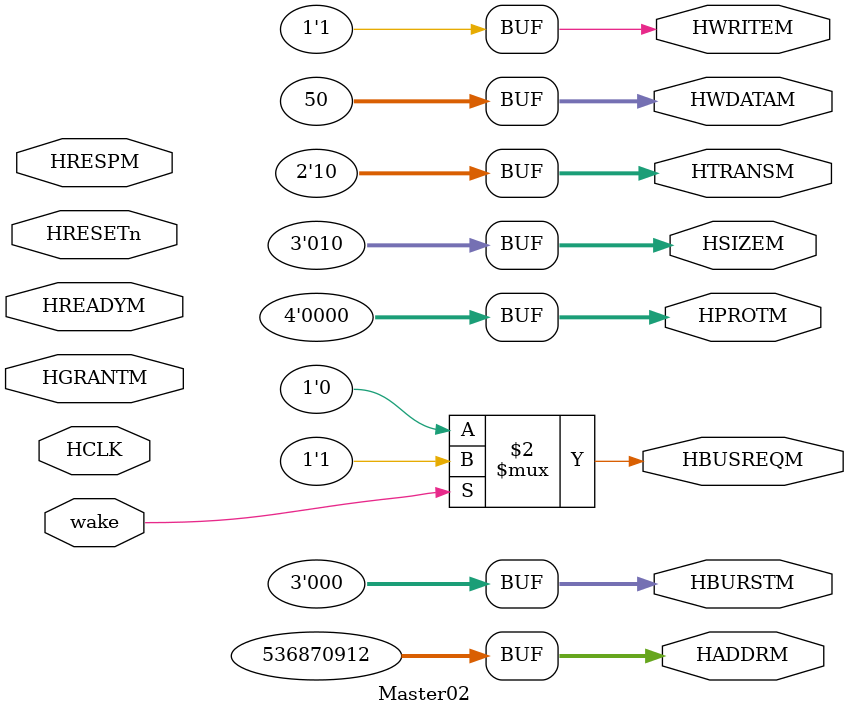
<source format=v>

module Master02  (HCLK, HRESETn,HREADYM,HRESPM,HGRANTM, HADDRM, HTRANSM, HWRITEM, HSIZEM, HBURSTM, HPROTM,
          HWDATAM, HBUSREQM,wake
          );

  // Signals used during normal operation 
  input     HCLK;
  input     HRESETn;

  // Signals from AMBA bus used during normal operation
  input         HREADYM;
  input  [1:0]  HRESPM;    //dont care
  input         HGRANTM;
  input  		wake ;  

  // Signals to AMBA bus used during normal operation
  output[31:0] HADDRM;
  output [1:0] HTRANSM;
  output       HWRITEM;
  output [2:0] HSIZEM;
  output [2:0] HBURSTM;
  output [3:0] HPROTM;
  output[31:0] HWDATAM;
  output       HBUSREQM;



  //---------------------------------------------------------------------- 
  // Signal declarations
  //----------------------------------------------------------------------

  
  assign HBURSTM = 3'b000;  //SINGLE
  assign HSIZEM = 3'b010;  //WORD 
  assign HWRITEM = 1'b1 ;   
  assign HADDRM = 32'h2000_0000; //Tube
  assign HTRANSM = 2'b10;  // NONSEQ
  assign HBUSREQM = (wake==1'b1)?1'b1 : 1'b0 ;       
  assign HWDATAM = 32'h0000_0032;
  assign HPROTM = 4'b0000;

  
endmodule


</source>
